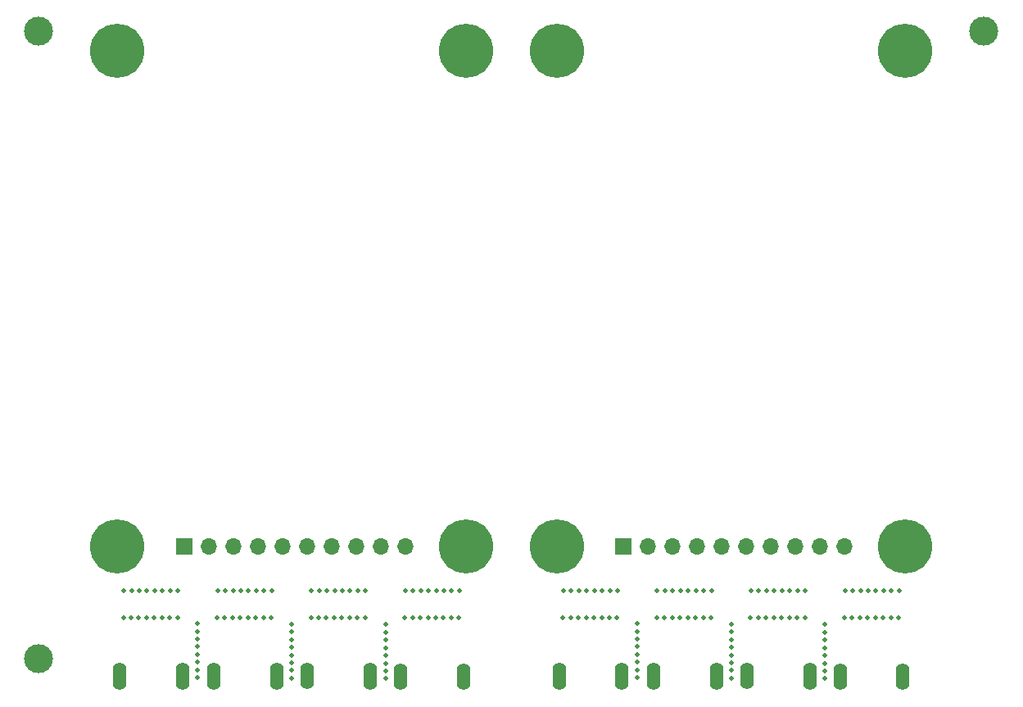
<source format=gbr>
%TF.GenerationSoftware,KiCad,Pcbnew,7.0.7*%
%TF.CreationDate,2023-10-25T17:49:02-07:00*%
%TF.ProjectId,sfh2430_breakout_panelized,73666832-3433-4305-9f62-7265616b6f75,rev?*%
%TF.SameCoordinates,Original*%
%TF.FileFunction,Soldermask,Bot*%
%TF.FilePolarity,Negative*%
%FSLAX46Y46*%
G04 Gerber Fmt 4.6, Leading zero omitted, Abs format (unit mm)*
G04 Created by KiCad (PCBNEW 7.0.7) date 2023-10-25 17:49:02*
%MOMM*%
%LPD*%
G01*
G04 APERTURE LIST*
%ADD10C,5.600000*%
%ADD11C,0.500000*%
%ADD12C,1.400000*%
%ADD13R,1.400000X1.400000*%
%ADD14R,1.700000X1.700000*%
%ADD15O,1.700000X1.700000*%
%ADD16C,3.000000*%
G04 APERTURE END LIST*
D10*
%TO.C,H3*%
X136250000Y-50800000D03*
%TD*%
%TO.C,H3*%
X90800000Y-50800000D03*
%TD*%
D11*
%TO.C,REF\u002A\u002A*%
X132400000Y-106650000D03*
%TD*%
%TO.C,REF\u002A\u002A*%
X86950000Y-106650000D03*
%TD*%
%TO.C,REF\u002A\u002A*%
X113745634Y-109432927D03*
%TD*%
%TO.C,REF\u002A\u002A*%
X68295634Y-109432927D03*
%TD*%
%TO.C,REF\u002A\u002A*%
X127950000Y-115732927D03*
%TD*%
%TO.C,REF\u002A\u002A*%
X82500000Y-115732927D03*
%TD*%
%TO.C,REF\u002A\u002A*%
X108550000Y-111632927D03*
%TD*%
%TO.C,REF\u002A\u002A*%
X63100000Y-111632927D03*
%TD*%
%TO.C,REF\u002A\u002A*%
X65950000Y-106650000D03*
%TD*%
%TO.C,REF\u002A\u002A*%
X111400000Y-106650000D03*
%TD*%
%TO.C,REF\u002A\u002A*%
X72800000Y-111682927D03*
%TD*%
%TO.C,REF\u002A\u002A*%
X118250000Y-111682927D03*
%TD*%
%TO.C,REF\u002A\u002A*%
X82500000Y-111732927D03*
%TD*%
%TO.C,REF\u002A\u002A*%
X127950000Y-111732927D03*
%TD*%
%TO.C,REF\u002A\u002A*%
X135550000Y-109450000D03*
%TD*%
%TO.C,REF\u002A\u002A*%
X90100000Y-109450000D03*
%TD*%
%TO.C,REF\u002A\u002A*%
X118250000Y-113282927D03*
%TD*%
%TO.C,REF\u002A\u002A*%
X72800000Y-113282927D03*
%TD*%
%TO.C,REF\u002A\u002A*%
X118250000Y-115682927D03*
%TD*%
%TO.C,REF\u002A\u002A*%
X72800000Y-115682927D03*
%TD*%
%TO.C,REF\u002A\u002A*%
X112145634Y-109432927D03*
%TD*%
%TO.C,REF\u002A\u002A*%
X66695634Y-109432927D03*
%TD*%
D12*
%TO.C,J6*%
X135995635Y-116217073D03*
D13*
X135995635Y-115517073D03*
D12*
X135995635Y-114817073D03*
%TD*%
%TO.C,J6*%
X90545635Y-116217073D03*
D13*
X90545635Y-115517073D03*
D12*
X90545635Y-114817073D03*
%TD*%
D11*
%TO.C,REF\u002A\u002A*%
X127950000Y-114932927D03*
%TD*%
%TO.C,REF\u002A\u002A*%
X82500000Y-114932927D03*
%TD*%
%TO.C,REF\u002A\u002A*%
X121100000Y-106650000D03*
%TD*%
%TO.C,REF\u002A\u002A*%
X75650000Y-106650000D03*
%TD*%
%TO.C,REF\u002A\u002A*%
X105700000Y-106650000D03*
%TD*%
%TO.C,REF\u002A\u002A*%
X60250000Y-106650000D03*
%TD*%
%TO.C,REF\u002A\u002A*%
X104050000Y-109432927D03*
%TD*%
%TO.C,REF\u002A\u002A*%
X58600000Y-109432927D03*
%TD*%
%TO.C,REF\u002A\u002A*%
X122700000Y-106650000D03*
%TD*%
%TO.C,REF\u002A\u002A*%
X77250000Y-106650000D03*
%TD*%
%TO.C,REF\u002A\u002A*%
X108550000Y-110032927D03*
%TD*%
%TO.C,REF\u002A\u002A*%
X63100000Y-110032927D03*
%TD*%
%TO.C,REF\u002A\u002A*%
X106500000Y-106650000D03*
%TD*%
%TO.C,REF\u002A\u002A*%
X61050000Y-106650000D03*
%TD*%
%TO.C,REF\u002A\u002A*%
X122645634Y-109432927D03*
%TD*%
%TO.C,REF\u002A\u002A*%
X77195634Y-109432927D03*
%TD*%
%TO.C,REF\u002A\u002A*%
X125100000Y-106650000D03*
%TD*%
%TO.C,REF\u002A\u002A*%
X79650000Y-106650000D03*
%TD*%
%TO.C,REF\u002A\u002A*%
X102450000Y-109432927D03*
%TD*%
%TO.C,REF\u002A\u002A*%
X57000000Y-109432927D03*
%TD*%
%TO.C,REF\u002A\u002A*%
X130000000Y-106650000D03*
%TD*%
%TO.C,REF\u002A\u002A*%
X84550000Y-106650000D03*
%TD*%
%TO.C,REF\u002A\u002A*%
X108550000Y-114832927D03*
%TD*%
%TO.C,REF\u002A\u002A*%
X63100000Y-114832927D03*
%TD*%
%TO.C,REF\u002A\u002A*%
X133200000Y-106650000D03*
%TD*%
%TO.C,REF\u002A\u002A*%
X87750000Y-106650000D03*
%TD*%
%TO.C,REF\u002A\u002A*%
X134800000Y-106650000D03*
%TD*%
%TO.C,REF\u002A\u002A*%
X89350000Y-106650000D03*
%TD*%
%TO.C,REF\u002A\u002A*%
X124300000Y-106650000D03*
%TD*%
%TO.C,REF\u002A\u002A*%
X78850000Y-106650000D03*
%TD*%
%TO.C,REF\u002A\u002A*%
X112945634Y-109432927D03*
%TD*%
%TO.C,REF\u002A\u002A*%
X67495634Y-109432927D03*
%TD*%
%TO.C,REF\u002A\u002A*%
X118250000Y-110882927D03*
%TD*%
%TO.C,REF\u002A\u002A*%
X72800000Y-110882927D03*
%TD*%
%TO.C,REF\u002A\u002A*%
X104100000Y-106650000D03*
%TD*%
%TO.C,REF\u002A\u002A*%
X58650000Y-106650000D03*
%TD*%
%TO.C,REF\u002A\u002A*%
X127950000Y-110932927D03*
%TD*%
%TO.C,REF\u002A\u002A*%
X82500000Y-110932927D03*
%TD*%
%TO.C,REF\u002A\u002A*%
X121845634Y-109432927D03*
%TD*%
%TO.C,REF\u002A\u002A*%
X76395634Y-109432927D03*
%TD*%
%TO.C,REF\u002A\u002A*%
X125045634Y-109432927D03*
%TD*%
%TO.C,REF\u002A\u002A*%
X79595634Y-109432927D03*
%TD*%
%TO.C,REF\u002A\u002A*%
X135600000Y-106650000D03*
%TD*%
%TO.C,REF\u002A\u002A*%
X90150000Y-106650000D03*
%TD*%
%TO.C,REF\u002A\u002A*%
X112200000Y-106650000D03*
%TD*%
%TO.C,REF\u002A\u002A*%
X66750000Y-106650000D03*
%TD*%
D10*
%TO.C,H2*%
X100250000Y-102100000D03*
%TD*%
%TO.C,H2*%
X54800000Y-102100000D03*
%TD*%
D11*
%TO.C,REF\u002A\u002A*%
X129950000Y-109450000D03*
%TD*%
%TO.C,REF\u002A\u002A*%
X84500000Y-109450000D03*
%TD*%
%TO.C,REF\u002A\u002A*%
X132350000Y-109450000D03*
%TD*%
%TO.C,REF\u002A\u002A*%
X86900000Y-109450000D03*
%TD*%
%TO.C,REF\u002A\u002A*%
X127950000Y-113332927D03*
%TD*%
%TO.C,REF\u002A\u002A*%
X82500000Y-113332927D03*
%TD*%
%TO.C,REF\u002A\u002A*%
X105650000Y-109432927D03*
%TD*%
%TO.C,REF\u002A\u002A*%
X60200000Y-109432927D03*
%TD*%
%TO.C,REF\u002A\u002A*%
X108550000Y-114032927D03*
%TD*%
%TO.C,REF\u002A\u002A*%
X63100000Y-114032927D03*
%TD*%
%TO.C,REF\u002A\u002A*%
X103250000Y-109432927D03*
%TD*%
%TO.C,REF\u002A\u002A*%
X57800000Y-109432927D03*
%TD*%
%TO.C,REF\u002A\u002A*%
X127950000Y-110132927D03*
%TD*%
%TO.C,REF\u002A\u002A*%
X82500000Y-110132927D03*
%TD*%
%TO.C,REF\u002A\u002A*%
X130750000Y-109450000D03*
%TD*%
%TO.C,REF\u002A\u002A*%
X85300000Y-109450000D03*
%TD*%
%TO.C,REF\u002A\u002A*%
X118250000Y-114882927D03*
%TD*%
%TO.C,REF\u002A\u002A*%
X72800000Y-114882927D03*
%TD*%
D12*
%TO.C,J10*%
X116700000Y-114800000D03*
D13*
X116700000Y-115500000D03*
D12*
X116700000Y-116200000D03*
%TD*%
%TO.C,J10*%
X71250000Y-114800000D03*
D13*
X71250000Y-115500000D03*
D12*
X71250000Y-116200000D03*
%TD*%
D11*
%TO.C,REF\u002A\u002A*%
X115345634Y-109432927D03*
%TD*%
%TO.C,REF\u002A\u002A*%
X69895634Y-109432927D03*
%TD*%
%TO.C,REF\u002A\u002A*%
X120245634Y-109432927D03*
%TD*%
%TO.C,REF\u002A\u002A*%
X74795634Y-109432927D03*
%TD*%
D12*
%TO.C,J11*%
X110200000Y-114800000D03*
D13*
X110200000Y-115500000D03*
D12*
X110200000Y-116200000D03*
%TD*%
%TO.C,J11*%
X64750000Y-114800000D03*
D13*
X64750000Y-115500000D03*
D12*
X64750000Y-116200000D03*
%TD*%
%TO.C,J7*%
X129495635Y-116217073D03*
D13*
X129495635Y-115517073D03*
D12*
X129495635Y-114817073D03*
%TD*%
%TO.C,J7*%
X84045635Y-116217073D03*
D13*
X84045635Y-115517073D03*
D12*
X84045635Y-114817073D03*
%TD*%
D11*
%TO.C,REF\u002A\u002A*%
X114600000Y-106650000D03*
%TD*%
%TO.C,REF\u002A\u002A*%
X69150000Y-106650000D03*
%TD*%
%TO.C,REF\u002A\u002A*%
X102500000Y-106650000D03*
%TD*%
%TO.C,REF\u002A\u002A*%
X57050000Y-106650000D03*
%TD*%
%TO.C,REF\u002A\u002A*%
X108550000Y-113232927D03*
%TD*%
%TO.C,REF\u002A\u002A*%
X63100000Y-113232927D03*
%TD*%
D12*
%TO.C,J8*%
X106950000Y-116200000D03*
D13*
X106950000Y-115500000D03*
D12*
X106950000Y-114800000D03*
%TD*%
%TO.C,J8*%
X61500000Y-116200000D03*
D13*
X61500000Y-115500000D03*
D12*
X61500000Y-114800000D03*
%TD*%
D11*
%TO.C,REF\u002A\u002A*%
X103300000Y-106650000D03*
%TD*%
%TO.C,REF\u002A\u002A*%
X57850000Y-106650000D03*
%TD*%
%TO.C,REF\u002A\u002A*%
X118250000Y-110082927D03*
%TD*%
%TO.C,REF\u002A\u002A*%
X72800000Y-110082927D03*
%TD*%
%TO.C,REF\u002A\u002A*%
X101700000Y-106650000D03*
%TD*%
%TO.C,REF\u002A\u002A*%
X56250000Y-106650000D03*
%TD*%
%TO.C,REF\u002A\u002A*%
X100900000Y-106650000D03*
%TD*%
%TO.C,REF\u002A\u002A*%
X55450000Y-106650000D03*
%TD*%
%TO.C,REF\u002A\u002A*%
X120300000Y-106650000D03*
%TD*%
%TO.C,REF\u002A\u002A*%
X74850000Y-106650000D03*
%TD*%
%TO.C,REF\u002A\u002A*%
X110600000Y-106650000D03*
%TD*%
%TO.C,REF\u002A\u002A*%
X65150000Y-106650000D03*
%TD*%
%TO.C,REF\u002A\u002A*%
X114545634Y-109432927D03*
%TD*%
%TO.C,REF\u002A\u002A*%
X69095634Y-109432927D03*
%TD*%
D12*
%TO.C,J12*%
X126350000Y-114800000D03*
D13*
X126350000Y-115500000D03*
D12*
X126350000Y-116200000D03*
%TD*%
%TO.C,J12*%
X80900000Y-114800000D03*
D13*
X80900000Y-115500000D03*
D12*
X80900000Y-116200000D03*
%TD*%
D11*
%TO.C,REF\u002A\u002A*%
X113800000Y-106650000D03*
%TD*%
%TO.C,REF\u002A\u002A*%
X68350000Y-106650000D03*
%TD*%
%TO.C,REF\u002A\u002A*%
X134000000Y-106650000D03*
%TD*%
%TO.C,REF\u002A\u002A*%
X88550000Y-106650000D03*
%TD*%
D12*
%TO.C,J13*%
X119850000Y-114750000D03*
D13*
X119850000Y-115450000D03*
D12*
X119850000Y-116150000D03*
%TD*%
%TO.C,J13*%
X74400000Y-114750000D03*
D13*
X74400000Y-115450000D03*
D12*
X74400000Y-116150000D03*
%TD*%
D11*
%TO.C,REF\u002A\u002A*%
X131600000Y-106650000D03*
%TD*%
%TO.C,REF\u002A\u002A*%
X86150000Y-106650000D03*
%TD*%
%TO.C,REF\u002A\u002A*%
X133150000Y-109450000D03*
%TD*%
%TO.C,REF\u002A\u002A*%
X87700000Y-109450000D03*
%TD*%
%TO.C,REF\u002A\u002A*%
X100850000Y-109432927D03*
%TD*%
%TO.C,REF\u002A\u002A*%
X55400000Y-109432927D03*
%TD*%
%TO.C,REF\u002A\u002A*%
X118250000Y-114082927D03*
%TD*%
%TO.C,REF\u002A\u002A*%
X72800000Y-114082927D03*
%TD*%
%TO.C,REF\u002A\u002A*%
X127950000Y-114132927D03*
%TD*%
%TO.C,REF\u002A\u002A*%
X82500000Y-114132927D03*
%TD*%
D14*
%TO.C,J5*%
X107125000Y-102100000D03*
D15*
X109665000Y-102100000D03*
X112205000Y-102100000D03*
X114745000Y-102100000D03*
X117285000Y-102100000D03*
X119825000Y-102100000D03*
X122365000Y-102100000D03*
X124905000Y-102100000D03*
X127445000Y-102100000D03*
X129985000Y-102100000D03*
%TD*%
D14*
%TO.C,J5*%
X61675000Y-102100000D03*
D15*
X64215000Y-102100000D03*
X66755000Y-102100000D03*
X69295000Y-102100000D03*
X71835000Y-102100000D03*
X74375000Y-102100000D03*
X76915000Y-102100000D03*
X79455000Y-102100000D03*
X81995000Y-102100000D03*
X84535000Y-102100000D03*
%TD*%
D11*
%TO.C,REF\u002A\u002A*%
X123500000Y-106650000D03*
%TD*%
%TO.C,REF\u002A\u002A*%
X78050000Y-106650000D03*
%TD*%
%TO.C,REF\u002A\u002A*%
X108550000Y-110832927D03*
%TD*%
%TO.C,REF\u002A\u002A*%
X63100000Y-110832927D03*
%TD*%
%TO.C,REF\u002A\u002A*%
X104900000Y-106650000D03*
%TD*%
%TO.C,REF\u002A\u002A*%
X59450000Y-106650000D03*
%TD*%
%TO.C,REF\u002A\u002A*%
X110545634Y-109432927D03*
%TD*%
%TO.C,REF\u002A\u002A*%
X65095634Y-109432927D03*
%TD*%
%TO.C,REF\u002A\u002A*%
X104850000Y-109432927D03*
%TD*%
%TO.C,REF\u002A\u002A*%
X59400000Y-109432927D03*
%TD*%
%TO.C,REF\u002A\u002A*%
X133950000Y-109450000D03*
%TD*%
%TO.C,REF\u002A\u002A*%
X88500000Y-109450000D03*
%TD*%
%TO.C,REF\u002A\u002A*%
X115400000Y-106650000D03*
%TD*%
%TO.C,REF\u002A\u002A*%
X69950000Y-106650000D03*
%TD*%
D10*
%TO.C,H1*%
X100250000Y-50800000D03*
%TD*%
%TO.C,H1*%
X54800000Y-50800000D03*
%TD*%
D11*
%TO.C,REF\u002A\u002A*%
X106450000Y-109432927D03*
%TD*%
%TO.C,REF\u002A\u002A*%
X61000000Y-109432927D03*
%TD*%
%TO.C,REF\u002A\u002A*%
X125845634Y-109432927D03*
%TD*%
%TO.C,REF\u002A\u002A*%
X80395634Y-109432927D03*
%TD*%
%TO.C,REF\u002A\u002A*%
X108550000Y-112432927D03*
%TD*%
%TO.C,REF\u002A\u002A*%
X63100000Y-112432927D03*
%TD*%
D10*
%TO.C,H4*%
X136250000Y-102100000D03*
%TD*%
%TO.C,H4*%
X90800000Y-102100000D03*
%TD*%
D11*
%TO.C,REF\u002A\u002A*%
X121900000Y-106650000D03*
%TD*%
%TO.C,REF\u002A\u002A*%
X76450000Y-106650000D03*
%TD*%
D12*
%TO.C,J9*%
X100450000Y-116200000D03*
D13*
X100450000Y-115500000D03*
D12*
X100450000Y-114800000D03*
%TD*%
%TO.C,J9*%
X55000000Y-116200000D03*
D13*
X55000000Y-115500000D03*
D12*
X55000000Y-114800000D03*
%TD*%
D11*
%TO.C,REF\u002A\u002A*%
X108550000Y-115632927D03*
%TD*%
%TO.C,REF\u002A\u002A*%
X63100000Y-115632927D03*
%TD*%
%TO.C,REF\u002A\u002A*%
X125900000Y-106650000D03*
%TD*%
%TO.C,REF\u002A\u002A*%
X80450000Y-106650000D03*
%TD*%
%TO.C,REF\u002A\u002A*%
X101650000Y-109432927D03*
%TD*%
%TO.C,REF\u002A\u002A*%
X56200000Y-109432927D03*
%TD*%
%TO.C,REF\u002A\u002A*%
X116200000Y-106650000D03*
%TD*%
%TO.C,REF\u002A\u002A*%
X70750000Y-106650000D03*
%TD*%
%TO.C,REF\u002A\u002A*%
X116145634Y-109432927D03*
%TD*%
%TO.C,REF\u002A\u002A*%
X70695634Y-109432927D03*
%TD*%
%TO.C,REF\u002A\u002A*%
X123445634Y-109432927D03*
%TD*%
%TO.C,REF\u002A\u002A*%
X77995634Y-109432927D03*
%TD*%
%TO.C,REF\u002A\u002A*%
X111345634Y-109432927D03*
%TD*%
%TO.C,REF\u002A\u002A*%
X65895634Y-109432927D03*
%TD*%
%TO.C,REF\u002A\u002A*%
X131550000Y-109450000D03*
%TD*%
%TO.C,REF\u002A\u002A*%
X86100000Y-109450000D03*
%TD*%
%TO.C,REF\u002A\u002A*%
X118250000Y-112482927D03*
%TD*%
%TO.C,REF\u002A\u002A*%
X72800000Y-112482927D03*
%TD*%
%TO.C,REF\u002A\u002A*%
X134750000Y-109450000D03*
%TD*%
%TO.C,REF\u002A\u002A*%
X89300000Y-109450000D03*
%TD*%
%TO.C,REF\u002A\u002A*%
X113000000Y-106650000D03*
%TD*%
%TO.C,REF\u002A\u002A*%
X67550000Y-106650000D03*
%TD*%
%TO.C,REF\u002A\u002A*%
X124245634Y-109432927D03*
%TD*%
%TO.C,REF\u002A\u002A*%
X78795634Y-109432927D03*
%TD*%
%TO.C,REF\u002A\u002A*%
X130800000Y-106650000D03*
%TD*%
%TO.C,REF\u002A\u002A*%
X85350000Y-106650000D03*
%TD*%
%TO.C,REF\u002A\u002A*%
X121045634Y-109432927D03*
%TD*%
%TO.C,REF\u002A\u002A*%
X75595634Y-109432927D03*
%TD*%
%TO.C,REF\u002A\u002A*%
X127950000Y-112532927D03*
%TD*%
%TO.C,REF\u002A\u002A*%
X82500000Y-112532927D03*
%TD*%
D16*
%TO.C,*%
X46675000Y-113675000D03*
%TD*%
%TO.C,*%
X46675000Y-48825000D03*
%TD*%
%TO.C,*%
X144375000Y-48825000D03*
%TD*%
M02*

</source>
